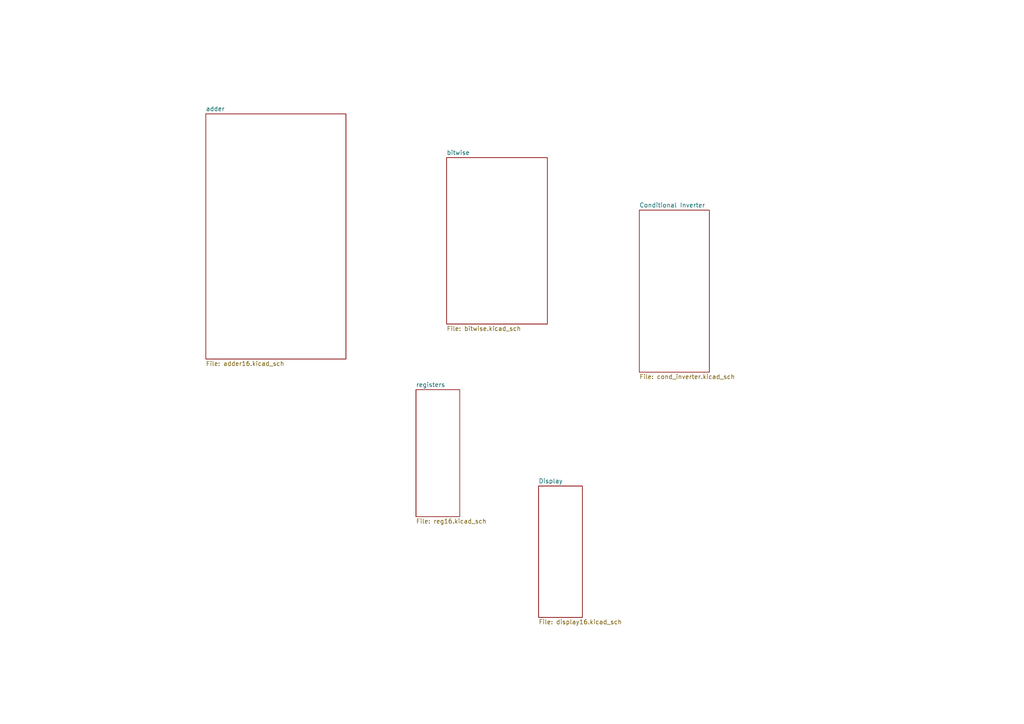
<source format=kicad_sch>
(kicad_sch
	(version 20231120)
	(generator "eeschema")
	(generator_version "8.0")
	(uuid "47b7d3d6-540e-4625-b984-4d748bceb7ec")
	(paper "A4")
	(lib_symbols)
	(sheet
		(at 120.65 113.03)
		(size 12.7 36.83)
		(fields_autoplaced yes)
		(stroke
			(width 0.1524)
			(type solid)
		)
		(fill
			(color 0 0 0 0.0000)
		)
		(uuid "1a8a98b3-c93c-43fd-94e6-af4a0da97ede")
		(property "Sheetname" "registers"
			(at 120.65 112.3184 0)
			(effects
				(font
					(size 1.27 1.27)
				)
				(justify left bottom)
			)
		)
		(property "Sheetfile" "reg16.kicad_sch"
			(at 120.65 150.4446 0)
			(effects
				(font
					(size 1.27 1.27)
				)
				(justify left top)
			)
		)
		(instances
			(project "pcb_proc_2"
				(path "/47b7d3d6-540e-4625-b984-4d748bceb7ec"
					(page "3")
				)
			)
		)
	)
	(sheet
		(at 156.21 140.97)
		(size 12.7 38.1)
		(fields_autoplaced yes)
		(stroke
			(width 0.1524)
			(type solid)
		)
		(fill
			(color 0 0 0 0.0000)
		)
		(uuid "2ce5c744-e7c4-4edf-b3f0-0c3efdcab7b7")
		(property "Sheetname" "Display"
			(at 156.21 140.2584 0)
			(effects
				(font
					(size 1.27 1.27)
				)
				(justify left bottom)
			)
		)
		(property "Sheetfile" "display16.kicad_sch"
			(at 156.21 179.6546 0)
			(effects
				(font
					(size 1.27 1.27)
				)
				(justify left top)
			)
		)
		(instances
			(project "pcb_proc_2"
				(path "/47b7d3d6-540e-4625-b984-4d748bceb7ec"
					(page "6")
				)
			)
		)
	)
	(sheet
		(at 59.69 33.02)
		(size 40.64 71.12)
		(fields_autoplaced yes)
		(stroke
			(width 0.1524)
			(type solid)
		)
		(fill
			(color 0 0 0 0.0000)
		)
		(uuid "6a23da9e-7cfe-4582-a6b4-f9c6ffceae74")
		(property "Sheetname" "adder"
			(at 59.69 32.3084 0)
			(effects
				(font
					(size 1.27 1.27)
				)
				(justify left bottom)
			)
		)
		(property "Sheetfile" "adder16.kicad_sch"
			(at 59.69 104.7246 0)
			(effects
				(font
					(size 1.27 1.27)
				)
				(justify left top)
			)
		)
		(instances
			(project "pcb_proc_2"
				(path "/47b7d3d6-540e-4625-b984-4d748bceb7ec"
					(page "2")
				)
			)
		)
	)
	(sheet
		(at 185.42 60.96)
		(size 20.32 46.99)
		(fields_autoplaced yes)
		(stroke
			(width 0.1524)
			(type solid)
		)
		(fill
			(color 0 0 0 0.0000)
		)
		(uuid "b0292ebd-b28f-4108-a5dc-03d60b320b8d")
		(property "Sheetname" "Conditional Inverter"
			(at 185.42 60.2484 0)
			(effects
				(font
					(size 1.27 1.27)
				)
				(justify left bottom)
			)
		)
		(property "Sheetfile" "cond_inverter.kicad_sch"
			(at 185.42 108.5346 0)
			(effects
				(font
					(size 1.27 1.27)
				)
				(justify left top)
			)
		)
		(instances
			(project "pcb_proc_2"
				(path "/47b7d3d6-540e-4625-b984-4d748bceb7ec"
					(page "5")
				)
			)
		)
	)
	(sheet
		(at 129.54 45.72)
		(size 29.21 48.26)
		(fields_autoplaced yes)
		(stroke
			(width 0.1524)
			(type solid)
		)
		(fill
			(color 0 0 0 0.0000)
		)
		(uuid "baecd185-aff3-4448-b62f-87ba1d5fd892")
		(property "Sheetname" "bitwise"
			(at 129.54 45.0084 0)
			(effects
				(font
					(size 1.27 1.27)
				)
				(justify left bottom)
			)
		)
		(property "Sheetfile" "bitwise.kicad_sch"
			(at 129.54 94.5646 0)
			(effects
				(font
					(size 1.27 1.27)
				)
				(justify left top)
			)
		)
		(instances
			(project "pcb_proc_2"
				(path "/47b7d3d6-540e-4625-b984-4d748bceb7ec"
					(page "4")
				)
			)
		)
	)
	(sheet_instances
		(path "/"
			(page "1")
		)
	)
)

</source>
